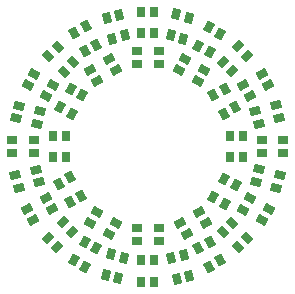
<source format=gtp>
G04 Layer: TopPasteMaskLayer*
G04 EasyEDA v6.5.34, 2023-09-07 21:51:12*
G04 4e1002d8ee0c4305b874fa033b0cf6ff,5a6b42c53f6a479593ecc07194224c93,10*
G04 Gerber Generator version 0.2*
G04 Scale: 100 percent, Rotated: No, Reflected: No *
G04 Dimensions in millimeters *
G04 leading zeros omitted , absolute positions ,4 integer and 5 decimal *
%FSLAX45Y45*%
%MOMM*%

%AMMACRO1*21,1,$1,$2,0,0,$3*%
%ADD10R,0.7000X0.9000*%
%ADD11MACRO1,0.9X0.7X119.9998*%
%ADD12MACRO1,0.9X0.7X120.0006*%
%ADD13MACRO1,0.9X0.7X150.0002*%
%ADD14MACRO1,0.9X0.7X149.9994*%
%ADD15R,0.9000X0.7000*%
%ADD16MACRO1,0.9X0.7X-150.0002*%
%ADD17MACRO1,0.9X0.7X-149.9994*%
%ADD18MACRO1,0.9X0.7X-119.9998*%
%ADD19MACRO1,0.9X0.7X-120.0006*%
%ADD20MACRO1,0.9X0.7X-60.0002*%
%ADD21MACRO1,0.9X0.7X-59.9994*%
%ADD22MACRO1,0.9X0.7X-29.9998*%
%ADD23MACRO1,0.9X0.7X-30.0006*%
%ADD24MACRO1,0.9X0.7X29.9998*%
%ADD25MACRO1,0.9X0.7X30.0006*%
%ADD26MACRO1,0.9X0.7X60.0002*%
%ADD27MACRO1,0.9X0.7X59.9994*%
%ADD28MACRO1,0.9X0.7X14.9998*%
%ADD29MACRO1,0.9X0.7X15.0003*%
%ADD30MACRO1,0.9X0.7X45.0011*%
%ADD31MACRO1,0.9X0.7X45.0000*%
%ADD32MACRO1,0.9X0.7X44.9989*%
%ADD33MACRO1,0.9X0.7X75.0002*%
%ADD34MACRO1,0.9X0.7X104.9998*%
%ADD35MACRO1,0.9X0.7X105.0003*%
%ADD36MACRO1,0.9X0.7X135.0011*%
%ADD37MACRO1,0.9X0.7X135.0000*%
%ADD38MACRO1,0.9X0.7X134.9989*%
%ADD39MACRO1,0.9X0.7X165.0002*%
%ADD40MACRO1,0.9X0.7X-165.0002*%
%ADD41MACRO1,0.9X0.7X-164.9997*%
%ADD42MACRO1,0.9X0.7X-134.9989*%
%ADD43MACRO1,0.9X0.7X-135.0000*%
%ADD44MACRO1,0.9X0.7X-135.0011*%
%ADD45MACRO1,0.9X0.7X-104.9998*%
%ADD46MACRO1,0.9X0.7X-75.0002*%
%ADD47MACRO1,0.9X0.7X-74.9997*%
%ADD48MACRO1,0.9X0.7X-44.9989*%
%ADD49MACRO1,0.9X0.7X-45.0000*%
%ADD50MACRO1,0.9X0.7X-45.0011*%
%ADD51MACRO1,0.9X0.7X-14.9998*%

%LPD*%
D10*
G01*
X3056483Y3012490D03*
G01*
X3056483Y2829483D03*
G01*
X3166490Y2829483D03*
G01*
X3166490Y3012490D03*
D11*
G01*
X2916509Y3353738D03*
G01*
X3008014Y3195250D03*
G01*
X3103281Y3250252D03*
D12*
G01*
X3011778Y3408742D03*
D13*
G01*
X2623747Y3566812D03*
G01*
X2782237Y3475310D03*
G01*
X2837240Y3570578D03*
D14*
G01*
X2678751Y3662081D03*
D15*
G01*
X2270683Y3615283D03*
G01*
X2453690Y3615283D03*
G01*
X2453690Y3725290D03*
G01*
X2270683Y3725290D03*
D16*
G01*
X1929448Y3475306D03*
G01*
X2087937Y3566811D03*
G01*
X2032934Y3662079D03*
D17*
G01*
X1874445Y3570575D03*
D18*
G01*
X1716377Y3195245D03*
G01*
X1807879Y3353734D03*
G01*
X1712611Y3408738D03*
D19*
G01*
X1621108Y3250248D03*
D10*
G01*
X1667890Y2829483D03*
G01*
X1667890Y3012490D03*
G01*
X1557883Y3012490D03*
G01*
X1557883Y2829483D03*
D20*
G01*
X1795183Y2500948D03*
G01*
X1703678Y2659437D03*
G01*
X1608410Y2604434D03*
D21*
G01*
X1699914Y2445945D03*
D22*
G01*
X2087942Y2275174D03*
G01*
X1929452Y2366676D03*
G01*
X1874448Y2271408D03*
D23*
G01*
X2032938Y2179905D03*
D15*
G01*
X2453690Y2226690D03*
G01*
X2270683Y2226690D03*
G01*
X2270683Y2116683D03*
G01*
X2453690Y2116683D03*
D24*
G01*
X2794941Y2366680D03*
G01*
X2636452Y2275175D03*
G01*
X2691455Y2179908D03*
D25*
G01*
X2849944Y2271411D03*
D26*
G01*
X3008571Y2646599D03*
G01*
X2917069Y2488110D03*
G01*
X3012337Y2433106D03*
D27*
G01*
X3103840Y2591596D03*
D15*
G01*
X3507790Y2975990D03*
G01*
X3324783Y2975990D03*
G01*
X3324783Y2865983D03*
G01*
X3507790Y2865983D03*
D28*
G01*
X3447773Y3267176D03*
G01*
X3271001Y3219809D03*
G01*
X3299473Y3113552D03*
D29*
G01*
X3476245Y3160918D03*
D24*
G01*
X3327152Y3533518D03*
G01*
X3168663Y3442013D03*
G01*
X3223666Y3346745D03*
D25*
G01*
X3382156Y3438249D03*
D30*
G01*
X3126807Y3767249D03*
D31*
G01*
X2997401Y3637842D03*
G01*
X3075188Y3560056D03*
D32*
G01*
X3204593Y3689463D03*
D26*
G01*
X2881015Y3929439D03*
G01*
X2789513Y3770950D03*
G01*
X2884780Y3715946D03*
D27*
G01*
X2976284Y3874435D03*
D33*
G01*
X2601650Y4038904D03*
G01*
X2554286Y3862133D03*
G01*
X2660543Y3833661D03*
G01*
X2707909Y4010431D03*
D10*
G01*
X2304313Y4060799D03*
G01*
X2304313Y3877792D03*
G01*
X2414320Y3877792D03*
G01*
X2414320Y4060799D03*
D34*
G01*
X2014110Y4008739D03*
G01*
X2061477Y3831968D03*
G01*
X2167735Y3860440D03*
D35*
G01*
X2120369Y4037211D03*
D11*
G01*
X1740148Y3883038D03*
G01*
X1831653Y3724550D03*
G01*
X1926921Y3779553D03*
D12*
G01*
X1835417Y3938042D03*
D36*
G01*
X1519118Y3683539D03*
D37*
G01*
X1648524Y3554134D03*
G01*
X1726310Y3631920D03*
D38*
G01*
X1596904Y3761325D03*
D13*
G01*
X1343247Y3440793D03*
G01*
X1501736Y3349290D03*
G01*
X1556740Y3444558D03*
D14*
G01*
X1398250Y3536062D03*
D39*
G01*
X1243230Y3160074D03*
G01*
X1420002Y3112710D03*
G01*
X1448474Y3218967D03*
G01*
X1271704Y3266333D03*
D15*
G01*
X1214551Y2861894D03*
G01*
X1397558Y2861894D03*
G01*
X1397558Y2971901D03*
G01*
X1214551Y2971901D03*
D40*
G01*
X1267467Y2569999D03*
G01*
X1444238Y2617367D03*
G01*
X1415766Y2723624D03*
D41*
G01*
X1238995Y2676258D03*
D16*
G01*
X1392320Y2299421D03*
G01*
X1550808Y2390926D03*
G01*
X1495806Y2486193D03*
D17*
G01*
X1337316Y2394690D03*
D42*
G01*
X1590975Y2069922D03*
D43*
G01*
X1720381Y2199328D03*
G01*
X1642595Y2277115D03*
D44*
G01*
X1513189Y2147708D03*
D18*
G01*
X1829488Y1901673D03*
G01*
X1920990Y2060163D03*
G01*
X1825722Y2115167D03*
D19*
G01*
X1734219Y1956677D03*
D45*
G01*
X2112238Y1802371D03*
G01*
X2159603Y1979142D03*
G01*
X2053346Y2007614D03*
G01*
X2005980Y1830844D03*
D10*
G01*
X2417190Y1775383D03*
G01*
X2417190Y1958390D03*
G01*
X2307183Y1958390D03*
G01*
X2307183Y1775383D03*
D46*
G01*
X2711287Y1825048D03*
G01*
X2663920Y2001819D03*
G01*
X2557663Y1973347D03*
D47*
G01*
X2605029Y1796576D03*
D20*
G01*
X2976280Y1954848D03*
G01*
X2884775Y2113337D03*
G01*
X2789508Y2058334D03*
D21*
G01*
X2881011Y1899845D03*
D48*
G01*
X3202051Y2146860D03*
D49*
G01*
X3072644Y2276265D03*
G01*
X2994858Y2198479D03*
D50*
G01*
X3124264Y2069073D03*
D22*
G01*
X3384696Y2389606D03*
G01*
X3226206Y2481108D03*
G01*
X3171202Y2385841D03*
D23*
G01*
X3329692Y2294337D03*
D51*
G01*
X3478784Y2677944D03*
G01*
X3302012Y2725309D03*
G01*
X3273540Y2619052D03*
G01*
X3450310Y2571686D03*
M02*

</source>
